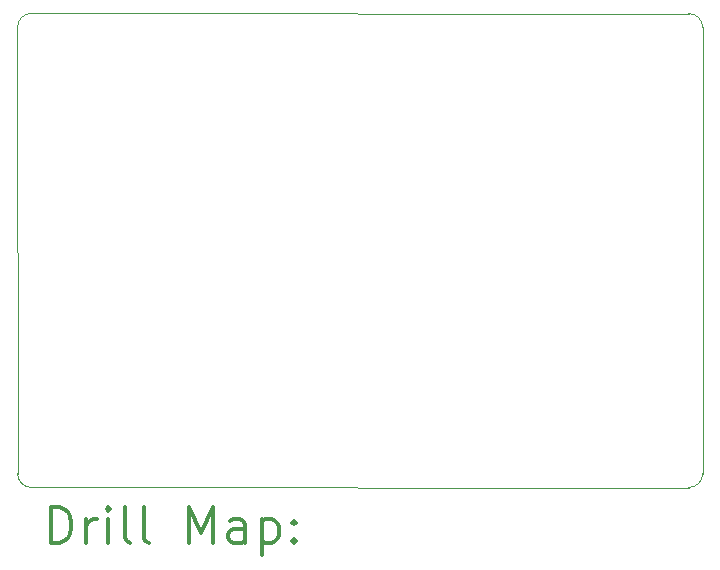
<source format=gbr>
%FSLAX45Y45*%
G04 Gerber Fmt 4.5, Leading zero omitted, Abs format (unit mm)*
G04 Created by KiCad (PCBNEW (5.1.2-1)-1) date 2019-12-21 14:34:48*
%MOMM*%
%LPD*%
G04 APERTURE LIST*
%ADD10C,0.050000*%
%ADD11C,0.049987*%
%ADD12C,0.200000*%
%ADD13C,0.300000*%
G04 APERTURE END LIST*
D10*
X1315720Y-14502280D02*
X6883400Y-14503400D01*
X1315720Y-18515480D02*
X6883400Y-18516600D01*
X7000240Y-18399760D02*
X7000240Y-14620240D01*
X1199023Y-14620240D02*
X1200000Y-18399760D01*
D11*
X6883400Y-14503400D02*
G75*
G02X7000240Y-14620240I0J-116840D01*
G01*
X7000240Y-18399760D02*
G75*
G02X6883400Y-18516600I-116840J0D01*
G01*
X1315720Y-18515480D02*
G75*
G02X1200000Y-18399760I0J115720D01*
G01*
X1199023Y-14620240D02*
G75*
G02X1315720Y-14502280I117967J0D01*
G01*
D12*
D13*
X1482952Y-18984814D02*
X1482952Y-18684814D01*
X1554380Y-18684814D01*
X1597237Y-18699100D01*
X1625809Y-18727672D01*
X1640094Y-18756243D01*
X1654380Y-18813386D01*
X1654380Y-18856243D01*
X1640094Y-18913386D01*
X1625809Y-18941957D01*
X1597237Y-18970529D01*
X1554380Y-18984814D01*
X1482952Y-18984814D01*
X1782952Y-18984814D02*
X1782952Y-18784814D01*
X1782952Y-18841957D02*
X1797237Y-18813386D01*
X1811523Y-18799100D01*
X1840094Y-18784814D01*
X1868666Y-18784814D01*
X1968666Y-18984814D02*
X1968666Y-18784814D01*
X1968666Y-18684814D02*
X1954380Y-18699100D01*
X1968666Y-18713386D01*
X1982952Y-18699100D01*
X1968666Y-18684814D01*
X1968666Y-18713386D01*
X2154380Y-18984814D02*
X2125809Y-18970529D01*
X2111523Y-18941957D01*
X2111523Y-18684814D01*
X2311523Y-18984814D02*
X2282952Y-18970529D01*
X2268666Y-18941957D01*
X2268666Y-18684814D01*
X2654380Y-18984814D02*
X2654380Y-18684814D01*
X2754380Y-18899100D01*
X2854380Y-18684814D01*
X2854380Y-18984814D01*
X3125809Y-18984814D02*
X3125809Y-18827672D01*
X3111523Y-18799100D01*
X3082952Y-18784814D01*
X3025809Y-18784814D01*
X2997237Y-18799100D01*
X3125809Y-18970529D02*
X3097237Y-18984814D01*
X3025809Y-18984814D01*
X2997237Y-18970529D01*
X2982952Y-18941957D01*
X2982952Y-18913386D01*
X2997237Y-18884814D01*
X3025809Y-18870529D01*
X3097237Y-18870529D01*
X3125809Y-18856243D01*
X3268666Y-18784814D02*
X3268666Y-19084814D01*
X3268666Y-18799100D02*
X3297237Y-18784814D01*
X3354380Y-18784814D01*
X3382952Y-18799100D01*
X3397237Y-18813386D01*
X3411523Y-18841957D01*
X3411523Y-18927672D01*
X3397237Y-18956243D01*
X3382952Y-18970529D01*
X3354380Y-18984814D01*
X3297237Y-18984814D01*
X3268666Y-18970529D01*
X3540094Y-18956243D02*
X3554380Y-18970529D01*
X3540094Y-18984814D01*
X3525809Y-18970529D01*
X3540094Y-18956243D01*
X3540094Y-18984814D01*
X3540094Y-18799100D02*
X3554380Y-18813386D01*
X3540094Y-18827672D01*
X3525809Y-18813386D01*
X3540094Y-18799100D01*
X3540094Y-18827672D01*
M02*

</source>
